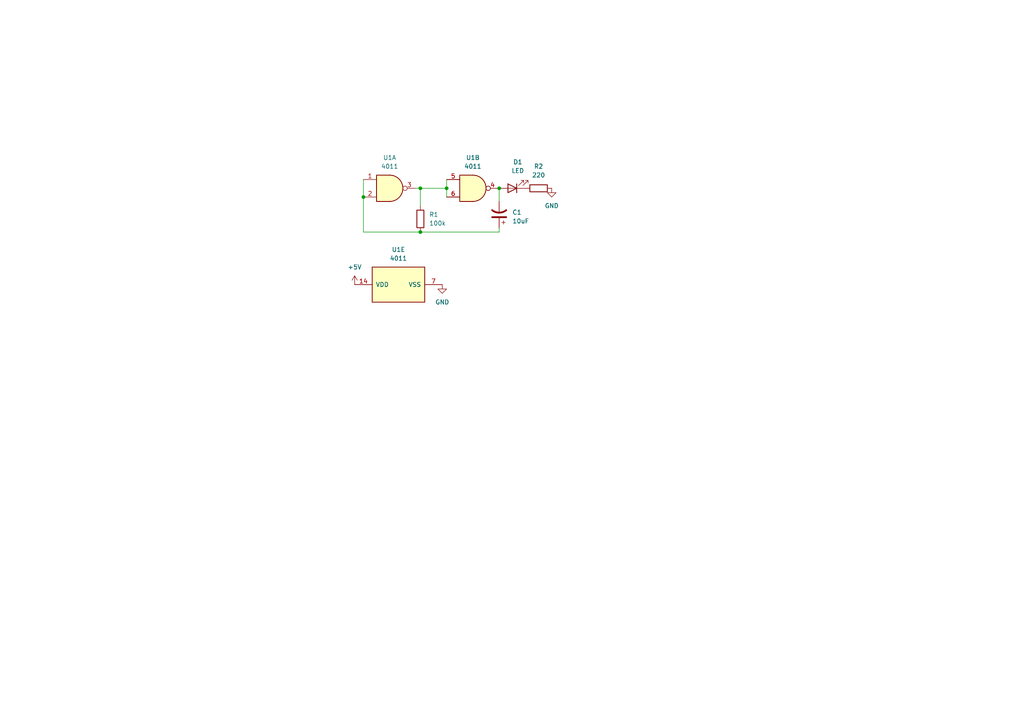
<source format=kicad_sch>
(kicad_sch (version 20231120) (generator "eeschema") (generator_version "8.0")
  (paper "A4")
  (lib_symbols
    (symbol "4xxx:4011" (pin_names (offset 1.016))
      (property "Reference" "U" (at 0 1.27 0))
      (property "Value" "4011" (at 0 -1.27 0))
      (symbol "4011_1_1"
        (arc (start 0 -3.81) (mid 3.7934 0) (end 0 3.81) (stroke (width 0.254)) (fill (type background)))
        (polyline (pts (xy 0 3.81) (xy -3.81 3.81) (xy -3.81 -3.81) (xy 0 -3.81)) (stroke (width 0.254)) (fill (type background)))
        (pin input line (at -7.62 2.54 0) (length 3.81) (name "~") (number "1"))
        (pin input line (at -7.62 -2.54 0) (length 3.81) (name "~") (number "2"))
        (pin output inverted (at 7.62 0 180) (length 3.81) (name "~") (number "3"))
      )
      (symbol "4011_1_2"
        (arc (start -3.81 -3.81) (mid -2.589 0) (end -3.81 3.81) (stroke (width 0.254)))
        (arc (start -0.6096 -3.81) (mid 2.1842 -2.5851) (end 3.81 0) (stroke (width 0.254)) (fill (type background)))
        (polyline (pts (xy -3.81 -3.81) (xy -0.635 -3.81)) (stroke (width 0.254)) (fill (type background)))
        (polyline (pts (xy -3.81 3.81) (xy -0.635 3.81)) (stroke (width 0.254)) (fill (type background)))
        (polyline (pts (xy -0.635 3.81) (xy -3.81 3.81) (xy -3.81 3.81) (xy -3.556 3.4036) (xy -3.0226 2.2606) (xy -2.6924 1.0414) (xy -2.6162 -0.254) (xy -2.7686 -1.4986) (xy -3.175 -2.7178) (xy -3.81 -3.81) (xy -3.81 -3.81) (xy -0.635 -3.81)) (stroke (width -25.4)) (fill (type background)))
        (arc (start 3.81 0) (mid 2.1915 2.5936) (end -0.6096 3.81) (stroke (width 0.254)) (fill (type background)))
        (pin input inverted (at -7.62 2.54 0) (length 4.318) (name "~") (number "1"))
        (pin input inverted (at -7.62 -2.54 0) (length 4.318) (name "~") (number "2"))
        (pin output line (at 7.62 0 180) (length 3.81) (name "~") (number "3"))
      )
      (symbol "4011_2_1"
        (arc (start 0 -3.81) (mid 3.7934 0) (end 0 3.81) (stroke (width 0.254)) (fill (type background)))
        (polyline (pts (xy 0 3.81) (xy -3.81 3.81) (xy -3.81 -3.81) (xy 0 -3.81)) (stroke (width 0.254)) (fill (type background)))
        (pin output inverted (at 7.62 0 180) (length 3.81) (name "~") (number "4"))
        (pin input line (at -7.62 2.54 0) (length 3.81) (name "~") (number "5"))
        (pin input line (at -7.62 -2.54 0) (length 3.81) (name "~") (number "6"))
      )
      (symbol "4011_2_2"
        (arc (start -3.81 -3.81) (mid -2.589 0) (end -3.81 3.81) (stroke (width 0.254)))
        (arc (start -0.6096 -3.81) (mid 2.1842 -2.5851) (end 3.81 0) (stroke (width 0.254)) (fill (type background)))
        (polyline (pts (xy -3.81 -3.81) (xy -0.635 -3.81)) (stroke (width 0.254)) (fill (type background)))
        (polyline (pts (xy -3.81 3.81) (xy -0.635 3.81)) (stroke (width 0.254)) (fill (type background)))
        (polyline (pts (xy -0.635 3.81) (xy -3.81 3.81) (xy -3.81 3.81) (xy -3.556 3.4036) (xy -3.0226 2.2606) (xy -2.6924 1.0414) (xy -2.6162 -0.254) (xy -2.7686 -1.4986) (xy -3.175 -2.7178) (xy -3.81 -3.81) (xy -3.81 -3.81) (xy -0.635 -3.81)) (stroke (width -25.4)) (fill (type background)))
        (arc (start 3.81 0) (mid 2.1915 2.5936) (end -0.6096 3.81) (stroke (width 0.254)) (fill (type background)))
        (pin output line (at 7.62 0 180) (length 3.81) (name "~") (number "4"))
        (pin input inverted (at -7.62 2.54 0) (length 4.318) (name "~") (number "5"))
        (pin input inverted (at -7.62 -2.54 0) (length 4.318) (name "~") (number "6"))
      )
      (symbol "4011_3_1"
        (arc (start 0 -3.81) (mid 3.7934 0) (end 0 3.81) (stroke (width 0.254)) (fill (type background)))
        (polyline (pts (xy 0 3.81) (xy -3.81 3.81) (xy -3.81 -3.81) (xy 0 -3.81)) (stroke (width 0.254)) (fill (type background)))
        (pin output inverted (at 7.62 0 180) (length 3.81) (name "~") (number "10"))
        (pin input line (at -7.62 2.54 0) (length 3.81) (name "~") (number "8"))
        (pin input line (at -7.62 -2.54 0) (length 3.81) (name "~") (number "9"))
      )
      (symbol "4011_3_2"
        (arc (start -3.81 -3.81) (mid -2.589 0) (end -3.81 3.81) (stroke (width 0.254)))
        (arc (start -0.6096 -3.81) (mid 2.1842 -2.5851) (end 3.81 0) (stroke (width 0.254)) (fill (type background)))
        (polyline (pts (xy -3.81 -3.81) (xy -0.635 -3.81)) (stroke (width 0.254)) (fill (type background)))
        (polyline (pts (xy -3.81 3.81) (xy -0.635 3.81)) (stroke (width 0.254)) (fill (type background)))
        (polyline (pts (xy -0.635 3.81) (xy -3.81 3.81) (xy -3.81 3.81) (xy -3.556 3.4036) (xy -3.0226 2.2606) (xy -2.6924 1.0414) (xy -2.6162 -0.254) (xy -2.7686 -1.4986) (xy -3.175 -2.7178) (xy -3.81 -3.81) (xy -3.81 -3.81) (xy -0.635 -3.81)) (stroke (width -25.4)) (fill (type background)))
        (arc (start 3.81 0) (mid 2.1915 2.5936) (end -0.6096 3.81) (stroke (width 0.254)) (fill (type background)))
        (pin output line (at 7.62 0 180) (length 3.81) (name "~") (number "10"))
        (pin input inverted (at -7.62 2.54 0) (length 4.318) (name "~") (number "8"))
        (pin input inverted (at -7.62 -2.54 0) (length 4.318) (name "~") (number "9"))
      )
      (symbol "4011_4_1"
        (arc (start 0 -3.81) (mid 3.7934 0) (end 0 3.81) (stroke (width 0.254)) (fill (type background)))
        (polyline (pts (xy 0 3.81) (xy -3.81 3.81) (xy -3.81 -3.81) (xy 0 -3.81)) (stroke (width 0.254)) (fill (type background)))
        (pin output inverted (at 7.62 0 180) (length 3.81) (name "~") (number "11"))
        (pin input line (at -7.62 2.54 0) (length 3.81) (name "~") (number "12"))
        (pin input line (at -7.62 -2.54 0) (length 3.81) (name "~") (number "13"))
      )
      (symbol "4011_4_2"
        (arc (start -3.81 -3.81) (mid -2.589 0) (end -3.81 3.81) (stroke (width 0.254)))
        (arc (start -0.6096 -3.81) (mid 2.1842 -2.5851) (end 3.81 0) (stroke (width 0.254)) (fill (type background)))
        (polyline (pts (xy -3.81 -3.81) (xy -0.635 -3.81)) (stroke (width 0.254)) (fill (type background)))
        (polyline (pts (xy -3.81 3.81) (xy -0.635 3.81)) (stroke (width 0.254)) (fill (type background)))
        (polyline (pts (xy -0.635 3.81) (xy -3.81 3.81) (xy -3.81 3.81) (xy -3.556 3.4036) (xy -3.0226 2.2606) (xy -2.6924 1.0414) (xy -2.6162 -0.254) (xy -2.7686 -1.4986) (xy -3.175 -2.7178) (xy -3.81 -3.81) (xy -3.81 -3.81) (xy -0.635 -3.81)) (stroke (width -25.4)) (fill (type background)))
        (arc (start 3.81 0) (mid 2.1915 2.5936) (end -0.6096 3.81) (stroke (width 0.254)) (fill (type background)))
        (pin output line (at 7.62 0 180) (length 3.81) (name "~") (number "11"))
        (pin input inverted (at -7.62 2.54 0) (length 4.318) (name "~") (number "12"))
        (pin input inverted (at -7.62 -2.54 0) (length 4.318) (name "~") (number "13"))
      )
      (symbol "4011_5_0"
        (pin power_in line (at 0 12.7 270) (length 5.08) (name "VDD") (number "14"))
        (pin power_in line (at 0 -12.7 90) (length 5.08) (name "VSS") (number "7"))
      )
      (symbol "4011_5_1"
        (rectangle (start -5.08 7.62) (end 5.08 -7.62) (stroke (width 0.254)) (fill (type background)))
      )
    )
    (symbol "Device:C_Polarized_US" (pin_numbers hide) (pin_names (offset 0.254) hide)
      (property "Reference" "C" (at 0.635 2.54 0))
      (property "Value" "C_Polarized_US" (at 0.635 -2.54 0))
      (symbol "C_Polarized_US_0_1"
        (polyline (pts (xy -2.032 0.762) (xy 2.032 0.762)) (stroke (width 0.508)))
        (polyline (pts (xy -1.778 2.286) (xy -0.762 2.286)))
        (polyline (pts (xy -1.27 1.778) (xy -1.27 2.794)))
        (arc (start 2.032 -1.27) (mid 0 -0.5572) (end -2.032 -1.27) (stroke (width 0.508)))
      )
      (symbol "C_Polarized_US_1_1"
        (pin passive line (at 0 3.81 270) (length 2.794) (name "~") (number "1"))
        (pin passive line (at 0 -3.81 90) (length 3.302) (name "~") (number "2"))
      )
    )
    (symbol "Device:LED" (pin_numbers hide) (pin_names (offset 1.016) hide)
      (property "Reference" "D" (at 0 2.54 0))
      (property "Value" "LED" (at 0 -2.54 0))
      (symbol "LED_0_1"
        (polyline (pts (xy -1.27 -1.27) (xy -1.27 1.27)) (stroke (width 0.254)))
        (polyline (pts (xy -1.27 0) (xy 1.27 0)))
        (polyline (pts (xy 1.27 -1.27) (xy 1.27 1.27) (xy -1.27 0) (xy 1.27 -1.27)) (stroke (width 0.254)))
        (polyline (pts (xy -3.048 -0.762) (xy -4.572 -2.286) (xy -3.81 -2.286) (xy -4.572 -2.286) (xy -4.572 -1.524)))
        (polyline (pts (xy -1.778 -0.762) (xy -3.302 -2.286) (xy -2.54 -2.286) (xy -3.302 -2.286) (xy -3.302 -1.524)))
      )
      (symbol "LED_1_1"
        (pin passive line (at -3.81 0 0) (length 2.54) (name "K") (number "1"))
        (pin passive line (at 3.81 0 180) (length 2.54) (name "A") (number "2"))
      )
    )
    (symbol "Device:R" (pin_numbers hide) (pin_names (offset 0))
      (property "Reference" "R" (at 2.032 0 90))
      (property "Value" "R" (at 0 0 90))
      (symbol "R_0_1"
        (rectangle (start -1.016 -2.54) (end 1.016 2.54) (stroke (width 0.254)))
      )
      (symbol "R_1_1"
        (pin passive line (at 0 3.81 270) (length 1.27) (name "~") (number "1"))
        (pin passive line (at 0 -3.81 90) (length 1.27) (name "~") (number "2"))
      )
    )
    (symbol "power:+5V" (power) (pin_numbers hide) (pin_names (offset 0) hide)
      (property "Value" "+5V" (at 0 3.556 0))
      (symbol "+5V_0_1"
        (polyline (pts (xy -0.762 1.27) (xy 0 2.54)))
        (polyline (pts (xy 0 0) (xy 0 2.54)))
        (polyline (pts (xy 0 2.54) (xy 0.762 1.27)))
      )
      (symbol "+5V_1_1"
        (pin power_in line (at 0 0 90) (length 0) (name "~") (number "1"))
      )
    )
    (symbol "power:GND" (power) (pin_numbers hide) (pin_names (offset 0) hide)
      (property "Value" "GND" (at 0 -3.81 0))
      (symbol "GND_0_1"
        (polyline (pts (xy 0 0) (xy 0 -1.27) (xy 1.27 -1.27) (xy 0 -2.54) (xy -1.27 -1.27) (xy 0 -1.27)))
      )
      (symbol "GND_1_1"
        (pin power_in line (at 0 0 270) (length 0) (name "~") (number "1"))
      )
    )
  )
  (junction (at 144.78 54.61))
  (junction (at 121.92 54.61))
  (junction (at 105.41 57.15))
  (junction (at 121.92 67.31))
  (junction (at 129.54 54.61))
  (wire (pts (xy 121.92 54.61) (xy 121.92 59.69)))
  (wire (pts (xy 120.65 54.61) (xy 121.92 54.61)))
  (wire (pts (xy 121.92 67.31) (xy 144.78 67.31)))
  (wire (pts (xy 144.78 66.04) (xy 144.78 67.31)))
  (wire (pts (xy 129.54 52.07) (xy 129.54 54.61)))
  (wire (pts (xy 121.92 67.31) (xy 105.41 67.31)))
  (wire (pts (xy 129.54 54.61) (xy 129.54 57.15)))
  (wire (pts (xy 105.41 52.07) (xy 105.41 57.15)))
  (wire (pts (xy 105.41 67.31) (xy 105.41 57.15)))
  (wire (pts (xy 144.78 54.61) (xy 144.78 58.42)))
  (wire (pts (xy 121.92 54.61) (xy 129.54 54.61)))
  (symbol (lib_id "4xxx:4011") (at 113.03 54.61 0) (unit 1)
    (property "Reference" "U1" (at 113.0217 45.72 0))
    (property "Value" "4011" (at 113.0217 48.26 0))
    (property "Datasheet" "http://www.intersil.com/content/dam/Intersil/documents/cd40/cd4011bms-12bms-23bms.pdf" (effects (hide yes)))
    (property "Description" "Quad Nand 2 inputs" (effects (hide yes)))
  )
  (symbol (lib_id "power:+5V") (at 102.87 82.55 0) (unit 1)
    (property "Reference" "#PWR01" (effects (hide yes)))
    (property "Value" "+5V" (at 102.87 77.47 0))
    (property "Description" "Power symbol creates a global label with name \"+5V\"" (effects (hide yes)))
  )
  (symbol (lib_id "Device:LED") (at 148.59 54.61 180) (unit 1)
    (property "Reference" "D1" (at 150.1775 46.99 0))
    (property "Value" "LED" (at 150.1775 49.53 0))
    (property "Description" "Light emitting diode" (effects (hide yes)))
  )
  (symbol (lib_id "power:GND") (at 128.27 82.55 0) (unit 1)
    (property "Reference" "#PWR02" (effects (hide yes)))
    (property "Value" "GND" (at 128.27 87.63 0))
    (property "Description" "Power symbol creates a global label with name \"GND\" , ground" (effects (hide yes)))
  )
  (symbol (lib_id "4xxx:4011") (at 115.57 82.55 90) (unit 5)
    (property "Reference" "U1" (at 115.57 72.39 90))
    (property "Value" "4011" (at 115.57 74.93 90))
    (property "Datasheet" "http://www.intersil.com/content/dam/Intersil/documents/cd40/cd4011bms-12bms-23bms.pdf" (effects (hide yes)))
    (property "Description" "Quad Nand 2 inputs" (effects (hide yes)))
  )
  (symbol (lib_id "Device:R") (at 121.92 63.5 0) (unit 1)
    (property "Reference" "R1" (at 124.46 62.2299 0) (effects (justify left)))
    (property "Value" "100k" (at 124.46 64.7699 0) (effects (justify left)))
    (property "Description" "Resistor" (effects (hide yes)))
  )
  (symbol (lib_id "Device:C_Polarized_US") (at 144.78 62.23 180) (unit 1)
    (property "Reference" "C1" (at 148.59 61.5949 0) (effects (justify right)))
    (property "Value" "10uF" (at 148.59 64.1349 0) (effects (justify right)))
    (property "Description" "Polarized capacitor, US symbol" (effects (hide yes)))
  )
  (symbol (lib_id "4xxx:4011") (at 137.16 54.61 0) (unit 2)
    (property "Reference" "U1" (at 137.1517 45.72 0))
    (property "Value" "4011" (at 137.1517 48.26 0))
    (property "Datasheet" "http://www.intersil.com/content/dam/Intersil/documents/cd40/cd4011bms-12bms-23bms.pdf" (effects (hide yes)))
    (property "Description" "Quad Nand 2 inputs" (effects (hide yes)))
  )
  (symbol (lib_id "power:GND") (at 160.02 54.61 0) (unit 1)
    (property "Reference" "#PWR03" (effects (hide yes)))
    (property "Value" "GND" (at 160.02 59.69 0))
    (property "Description" "Power symbol creates a global label with name \"GND\" , ground" (effects (hide yes)))
  )
  (symbol (lib_id "Device:R") (at 156.21 54.61 90) (unit 1)
    (property "Reference" "R2" (at 156.21 48.26 90))
    (property "Value" "220" (at 156.21 50.8 90))
    (property "Description" "Resistor" (effects (hide yes)))
  )
)
</source>
